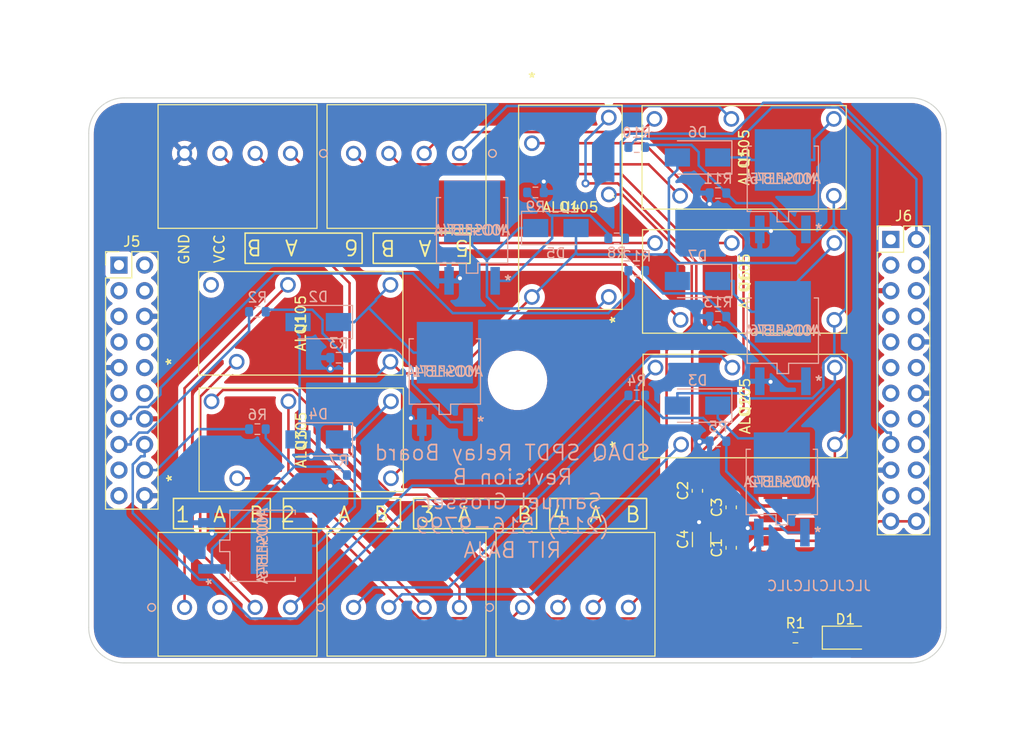
<source format=kicad_pcb>
(kicad_pcb (version 20211014) (generator pcbnew)
  (layers (0 "F.Cu" signal) (31 "B.Cu" signal) (34 "B.Paste" user) (35 "F.Paste" user) (36 "B.SilkS" user "B.Silkscreen") (37 "F.SilkS" user "F.Silkscreen") (38 "B.Mask" user) (39 "F.Mask" user) (44 "Edge.Cuts" user))
  (net 0 "")
  (net 1 "Net-(D1-Pad2)")
  (net 2 "/Ch1")
  (net 3 "/Ch1A")
  (net 4 "/Ch1B")
  (net 5 "/Ch2")
  (net 6 "/Ch2A")
  (net 7 "/Ch2B")
  (net 8 "/Ch3")
  (net 9 "/Ch3A")
  (net 10 "/Ch3B")
  (net 11 "/Ch4")
  (net 12 "/Ch4A")
  (net 13 "/Ch4B")
  (net 14 "/Ch5")
  (net 15 "/Ch5A")
  (net 16 "/Ch5B")
  (net 17 "/Ch6")
  (net 28 "/R5")
  (net 29 "/R0")
  (net 30 "/R1")
  (net 32 "/R2")
  (net 35 "/R3")
  (net 47 "/R4")
  (net 51 "/Reset")
  (net 52 "/VCC")
  (net 53 "/Ch6A")
  (net 54 "/Ch6B")
  (net 55 "GNDREF")
  (net 56 "+5V")
  (net 57 "Net-(D2-Pad1)")
  (net 58 "Net-(D3-Pad1)")
  (net 59 "Net-(D4-Pad1)")
  (net 60 "Net-(D5-Pad1)")
  (net 61 "Net-(D6-Pad1)")
  (net 62 "Net-(D7-Pad1)")
  (net 63 "Net-(MOSFET1-Pad1)")
  (net 64 "Net-(MOSFET2-Pad1)")
  (net 65 "Net-(MOSFET3-Pad1)")
  (net 66 "Net-(MOSFET4-Pad1)")
  (net 67 "Net-(MOSFET5-Pad1)")
  (net 68 "Net-(MOSFET6-Pad1)")
  (net 69 "/Relay_1/A")
  (footprint "BAJA-4PIN:1984989" (layer "F.Cu") (at 169.5 120.5)
    (fp_text reference "J1")
    (fp_text value "Screw_Terminal_01x04")
  )
  (footprint "Capacitor_SMD:C_0603_1608Metric" (layer "F.Cu") (at 220.33 108.945 90)
    (fp_text reference "C2")
    (fp_text value "~")
  )
  (footprint "Capacitor_SMD:C_0603_1608Metric" (layer "F.Cu") (at 223.68 110.585 90)
    (fp_text reference "C3")
    (fp_text value "~")
  )
  (footprint "BAJA-4PIN:1984989" (layer "F.Cu") (at 180 75.5 180)
    (fp_text reference "J7")
    (fp_text value "Screw_Terminal_01x04")
  )
  (footprint "ALQ105-BAJA-FP:ALQ105" (layer "F.Cu") (at 216.076 72.08 90)
    (fp_text reference "U5")
    (fp_text value "ALQ105")
  )
  (footprint "ALQ105-BAJA-FP:ALQ105" (layer "F.Cu") (at 211.55 71.95)
    (fp_text reference "U4")
    (fp_text value "ALQ105")
  )
  (footprint "ALQ105-BAJA-FP:ALQ105" (layer "F.Cu") (at 216.176 96.73 90)
    (fp_text reference "U2")
    (fp_text value "ALQ105")
  )
  (footprint "ALQ105-BAJA-FP:ALQ105" (layer "F.Cu") (at 172.176 100.08 90)
    (fp_text reference "U3")
    (fp_text value "ALQ105")
  )
  (footprint "LM1117IMPX-5:SOT230P700X180-4N" (layer "F.Cu") (at 230.9 111.6)
    (fp_text reference "VR1" hide)
    (fp_text value "~" hide)
  )
  (footprint "ALQ105-BAJA-FP:ALQ105" (layer "F.Cu") (at 172.126 88.53 90)
    (fp_text reference "U1")
    (fp_text value "ALQ105")
  )
  (footprint "Capacitor_SMD:C_1206_3216Metric" (layer "F.Cu") (at 220.75 113.775 90)
    (fp_text reference "C4")
    (fp_text value "~")
  )
  (footprint "Connector_PinHeader_2.54mm:PinHeader_2x12_P2.54mm_Vertical" (layer "F.Cu") (at 239.5 84.03)
    (fp_text reference "J6")
    (fp_text value "Conn_02x12_Counter_Clockwise")
  )
  (footprint "BAJA-4PIN:1984989" (layer "F.Cu") (at 203 120.5)
    (fp_text reference "J3")
    (fp_text value "Screw_Terminal_01x04")
  )
  (footprint "BAJA-4PIN:1984989" (layer "F.Cu") (at 186.25 120.5)
    (fp_text reference "J2")
    (fp_text value "Screw_Terminal_01x04")
  )
  (footprint "MountingHole:MountingHole_2.7mm_M2.5" (layer "F.Cu") (at 202.5 98)
    (fp_text reference "REF**")
    (fp_text value "MountingHole_2.7mm_M2.5")
  )
  (footprint "BAJA-4PIN:1984989" (layer "F.Cu") (at 196.75 75.5 180)
    (fp_text reference "J4")
    (fp_text value "Screw_Terminal_01x04")
  )
  (footprint "Resistor_SMD:R_0603_1608Metric" (layer "F.Cu") (at 230.05 123.5)
    (fp_text reference "R1")
    (fp_text value "1800")
  )
  (footprint "Connector_PinHeader_2.54mm:PinHeader_2x10_P2.54mm_Vertical" (layer "F.Cu") (at 163 86.57)
    (fp_text reference "J5")
    (fp_text value "Conn_02x10_Counter_Clockwise")
  )
  (footprint "ALQ105-BAJA-FP:ALQ105" (layer "F.Cu") (at 216.126 84.38 90)
    (fp_text reference "U6")
    (fp_text value "ALQ105")
  )
  (footprint "Diode_SMD:D_1206_3216Metric" (layer "F.Cu") (at 235 123.5)
    (fp_text reference "D1")
    (fp_text value "LED")
  )
  (footprint "Capacitor_SMD:C_0603_1608Metric" (layer "F.Cu") (at 223.68 114.595 90)
    (fp_text reference "C1")
    (fp_text value "~")
  )
  (footprint "BAJA_AOD:AOD4184A" (layer "B.Cu") (at 198 83.1169 180)
    (fp_text reference "MOSFET4")
    (fp_text value "AOD4184A")
  )
  (footprint "Resistor_SMD:R_0603_1608Metric" (layer "B.Cu") (at 204.28 79.37)
    (fp_text reference "R9")
    (fp_text value "100k")
  )
  (footprint "Diode_SMD:D_SMA" (layer "B.Cu") (at 220.35 88.15 180)
    (fp_text reference "D7")
    (fp_text value "DIODE")
  )
  (footprint "Resistor_SMD:R_0603_1608Metric" (layer "B.Cu") (at 214.32 99.48 180)
    (fp_text reference "R4")
    (fp_text value "100")
  )
  (footprint "BAJA_AOD:AOD4184A" (layer "B.Cu") (at 177.2331 114.4 90)
    (fp_text reference "MOSFET3")
    (fp_text value "AOD4184A")
  )
  (footprint "Diode_SMD:D_SMA" (layer "B.Cu") (at 220.35 100.5 180)
    (fp_text reference "D3")
    (fp_text value "DIODE")
  )
  (footprint "Resistor_SMD:R_0603_1608Metric" (layer "B.Cu") (at 212.33 83.92)
    (fp_text reference "R8")
    (fp_text value "100")
  )
  (footprint "Resistor_SMD:R_0603_1608Metric" (layer "B.Cu") (at 176.72 91.2 180)
    (fp_text reference "R2")
    (fp_text value "100")
  )
  (footprint "Diode_SMD:D_SMA" (layer "B.Cu") (at 206.3 82.9)
    (fp_text reference "D5")
    (fp_text value "DIODE")
  )
  (footprint "BAJA_AOD:AOD4184A" (layer "B.Cu") (at 228.8 78.0169 180)
    (fp_text reference "MOSFET5")
    (fp_text value "AOD4184A")
  )
  (footprint "Resistor_SMD:R_0603_1608Metric" (layer "B.Cu") (at 184.77 107.38 180)
    (fp_text reference "R7")
    (fp_text value "100k")
  )
  (footprint "BAJA_AOD:AOD4184A" (layer "B.Cu") (at 195.3 97.1169 180)
    (fp_text reference "MOSFET1")
    (fp_text value "AOD4184A")
  )
  (footprint "BAJA_AOD:AOD4184A" (layer "B.Cu") (at 228.7 108.0669 180)
    (fp_text reference "MOSFET2")
    (fp_text value "AOD4184A")
  )
  (footprint "Resistor_SMD:R_0603_1608Metric" (layer "B.Cu") (at 214.32 87.13 180)
    (fp_text reference "R12")
    (fp_text value "100")
  )
  (footprint "Resistor_SMD:R_0603_1608Metric" (layer "B.Cu") (at 222.37 104.03 180)
    (fp_text reference "R5")
    (fp_text value "100k")
  )
  (footprint "Diode_SMD:D_SMA" (layer "B.Cu") (at 182.75 92.22 180)
    (fp_text reference "D2")
    (fp_text value "DIODE")
  )
  (footprint "Resistor_SMD:R_0603_1608Metric" (layer "B.Cu") (at 176.72 102.83 180)
    (fp_text reference "R6")
    (fp_text value "100")
  )
  (footprint "Resistor_SMD:R_0603_1608Metric" (layer "B.Cu") (at 214.32 74.88 180)
    (fp_text reference "R10")
    (fp_text value "100")
  )
  (footprint "Resistor_SMD:R_0603_1608Metric" (layer "B.Cu") (at 222.37 91.68 180)
    (fp_text reference "R13")
    (fp_text value "100k")
  )
  (footprint "BAJA_AOD:AOD4184A" (layer "B.Cu") (at 228.8 93.0669 180)
    (fp_text reference "MOSFET6")
    (fp_text value "AOD4184A")
  )
  (footprint "Resistor_SMD:R_0603_1608Metric" (layer "B.Cu") (at 184.77 95.75 180)
    (fp_text reference "R3")
    (fp_text value "100k")
  )
  (footprint "Resistor_SMD:R_0603_1608Metric" (layer "B.Cu") (at 222.37 79.43 180)
    (fp_text reference "R11")
    (fp_text value "100k")
  )
  (footprint "Diode_SMD:D_SMA" (layer "B.Cu") (at 220.35 75.9 180)
    (fp_text reference "D6")
    (fp_text value "DIODE")
  )
  (footprint "Diode_SMD:D_SMA" (layer "B.Cu") (at 182.75 103.85 180)
    (fp_text reference "D4")
    (fp_text value "DIODE")
  )
  (gr_rect (start 192.2 109.7) (end 204.4 112.7) (layer "F.SilkS") (width 0.15) (fill none))
  (gr_rect (start 168.4 109.7) (end 178 112.7) (layer "F.SilkS") (width 0.15) (fill none))
  (gr_rect (start 205.7 109.7) (end 215.3 112.7) (layer "F.SilkS") (width 0.15) (fill none))
  (gr_rect (start 179.3 109.7) (end 190.9 112.7) (layer "F.SilkS") (width 0.15) (fill none))
  (gr_rect (start 187.1 86.4) (end 175.5 83.4) (layer "F.SilkS") (width 0.15) (fill none))
  (gr_rect (start 197.8 86.4) (end 188.2 83.4) (layer "F.SilkS") (width 0.15) (fill none))
  (gr_arc (start 241.5 70) (mid 243.974874 71.025126) (end 245 73.5) (layer "Edge.Cuts") (width 0.1))
  (gr_line (start 163.5 126) (end 241.5 126) (layer "Edge.Cuts") (width 0.1))
  (gr_arc (start 245 122.5) (mid 243.974874 124.974874) (end 241.5 126) (layer "Edge.Cuts") (width 0.1))
  (gr_arc (start 163.5 126) (mid 161.025126 124.974874) (end 160 122.5) (layer "Edge.Cuts") (width 0.1))
  (gr_line (start 160 122.5) (end 160 73.5) (layer "Edge.Cuts") (width 0.1))
  (gr_line (start 245 122.5) (end 245 73.5) (layer "Edge.Cuts") (width 0.1))
  (gr_line (start 163.5 70) (end 241.5 70) (layer "Edge.Cuts") (width 0.1))
  (gr_arc (start 160 73.5) (mid 161.025126 71.025126) (end 163.5 70) (layer "Edge.Cuts") (width 0.1))
  (gr_text "JLCJLCJLCJLC" (at 232.3846 118.364) (layer "B.SilkS") (effects (font (size 1 1)) (justify mirror)))
  (gr_text "SDAQ SPDT Relay Board\nRevision B\nSamuel Grosser\n(215) 516-9799\nRIT BAJA" (at 202 110) (layer "B.SilkS") (effects (font (size 1.5 1.5) (thickness 0.17)) (justify mirror)))
  (gr_text "4  A  B" (at 210.3 111.3) (layer "F.SilkS") (effects (font (size 1.5 1.5) (thickness 0.18))))
  (gr_text "VCC" (at 172.95 84.95 90) (layer "F.SilkS") (effects (font (size 1 1))))
  (gr_text "2 	A  B" (at 184.4 111.3) (layer "F.SilkS") (effects (font (size 1.5 1.5) (thickness 0.18))))
  (gr_text "5  A  B" (at 193.3 84.85 180) (layer "F.SilkS") (effects (font (size 1.5 1.5) (thickness 0.18))))
  (gr_text "6    A  B" (at 181.2 84.8 180) (layer "F.SilkS") (effects (font (size 1.5 1.5) (thickness 0.18))))
  (gr_text "GND" (at 169.45 85 90) (layer "F.SilkS") (effects (font (size 1 1))))
  (gr_text "3  A    B" (at 198.4 111.3) (layer "F.SilkS") (effects (font (size 1.5 1.5) (thickness 0.18))))
  (gr_text "1  A  B" (at 173 111.3) (layer "F.SilkS") (effects (font (size 1.5 1.5) (thickness 0.18))))
  (segment (start 232.1076 124.7326) (end 230.875 123.5) (width 0.25) (layer "F.Cu") (net 1))
  (segment (start 235.1674 124.7326) (end 232.1076 124.7326) (width 0.25) (layer "F.Cu") (net 1))
  (segment (start 236.4 123.5) (end 235.1674 124.7326) (width 0.25) (layer "F.Cu") (net 1))
  (segment (start 169.5 98.776) (end 169.5 120.5) (width 0.25) (layer "F.Cu") (net 2))
  (segment (start 179.746 88.53) (end 169.5 98.776) (width 0.25) (layer "F.Cu") (net 2))
  (segment (start 171.0512 99.6105) (end 171.0512 115.0512) (width 0.25) (layer "F.Cu") (net 4))
  (segment (start 174.5117 96.15) (end 171.0512 99.6105) (width 0.25) (layer "F.Cu") (net 4))
  (segment (start 171.0512 115.0512) (end 176.5 120.5) (width 0.25) (layer "F.Cu") (net 4))
  (segment (start 174.666 96.15) (end 174.5117 96.15) (width 0.25) (layer "F.Cu") (net 4))
  (segment (start 202.8928 108.4337) (end 215.7011 95.6254) (width 0.25) (layer "B.Cu") (net 5))
  (segment (start 180 120.5) (end 192.0663 108.4337) (width 0.25) (layer "B.Cu") (net 5))
  (segment (start 215.7011 95.6254) (end 222.6914 95.6254) (width 0.25) (layer "B.Cu") (net 5))
  (segment (start 192.0663 108.4337) (end 202.8928 108.4337) (width 0.25) (layer "B.Cu") (net 5))
  (segment (start 222.6914 95.6254) (end 223.796 96.73) (width 0.25) (layer "B.Cu") (net 5))
  (segment (start 214.32 99.8742) (end 195.6695 118.5247) (width 0.25) (layer "B.Cu") (net 6))
  (segment (start 195.6695 118.5247) (end 188.2253 118.5247) (width 0.25) (layer "B.Cu") (net 6))
  (segment (start 188.2253 118.5247) (end 186.25 120.5) (width 0.25) (layer "B.Cu") (net 6))
  (segment (start 214.32 98.586) (end 214.32 99.8742) (width 0.25) (layer "B.Cu") (net 6))
  (segment (start 216.176 96.73) (end 214.32 98.586) (width 0.25) (layer "B.Cu") (net 6))
  (segment (start 191.0499 119.2001) (end 203.8659 119.2001) (width 0.25) (layer "B.Cu") (net 7))
  (segment (start 203.8659 119.2001) (end 218.716 104.35) (width 0.25) (layer "B.Cu") (net 7))
  (segment (start 189.75 120.5) (end 191.0499 119.2001) (width 0.25) (layer "B.Cu") (net 7))
  (segment (start 179.796 107.046) (end 179.796 100.08) (width 0.25) (layer "F.Cu") (net 8))
  (segment (start 193.25 120.5) (end 179.796 107.046) (width 0.25) (layer "F.Cu") (net 8))
  (segment (start 181.6448 103.4719) (end 181.6448 100.3274) (width 0.25) (layer "F.Cu") (net 9))
  (segment (start 181.6448 100.3274) (end 180.2712 98.9538) (width 0.25) (layer "F.Cu") (net 9))
  (segment (start 196.75 118.5771) (end 181.6448 103.4719) (width 0.25) (layer "F.Cu") (net 9))
  (segment (start 173.3022 98.9538) (end 172.176 100.08) (width 0.25) (layer "F.Cu") (net 9))
  (segment (start 196.75 120.5) (end 196.75 118.5771) (width 0.25) (layer "F.Cu") (net 9))
  (segment (start 180.2712 98.9538) (end 173.3022 98.9538) (width 0.25) (layer "F.Cu") (net 9))
  (segment (start 203 120.5) (end 201.9254 121.5746) (width 0.25) (layer "F.Cu") (net 10))
  (segment (start 178.8748 107.7) (end 174.716 107.7) (width 0.25) (layer "F.Cu") (net 10))
  (segment (start 192.7494 121.5746) (end 178.8748 107.7) (width 0.25) (layer "F.Cu") (net 10))
  (segment (start 201.9254 121.5746) (end 192.7494 121.5746) (width 0.25) (layer "F.Cu") (net 10))
  (segment (start 217.2761 95.0241) (end 219.768 92.5322) (width 0.25) (layer "F.Cu") (net 11))
  (segment (start 219.768 92.5322) (end 219.768 86.4529) (width 0.25) (layer "F.Cu") (net 11))
  (segment (start 217.2761 109.7239) (end 217.2761 95.0241) (width 0.25) (layer "F.Cu") (net 11))
  (segment (start 219.768 86.4529) (end 212.8851 79.57) (width 0.25) (layer "F.Cu") (net 11))
  (segment (start 206.5 120.5) (end 217.2761 109.7239) (width 0.25) (layer "F.Cu") (net 11))
  (segment (start 212.8851 79.57) (end 211.55 79.57) (width 0.25) (layer "F.Cu") (net 11))
  (segment (start 219.816 94.8823) (end 220.2238 94.4745) (width 0.25) (layer "F.Cu") (net 12))
  (segment (start 210 120.5) (end 218.199 112.301) (width 0.25) (layer "F.Cu") (net 12))
  (segment (start 220.2238 86.2509) (end 212.4428 78.4699) (width 0.25) (layer "F.Cu") (net 12))
  (segment (start 218.199 106.794) (end 219.816 105.177) (width 0.25) (layer "F.Cu") (net 12))
  (segment (start 212.4428 78.4699) (end 209.2453 78.4699) (width 0.25) (layer "F.Cu") (net 12))
  (segment (start 219.816 105.177) (end 219.816 94.8823) (width 0.25) (layer "F.Cu") (net 12))
  (segment (start 220.2238 94.4745) (end 220.2238 86.2509) (width 0.25) (layer "F.Cu") (net 12))
  (segment (start 218.199 112.301) (end 218.199 106.794) (width 0.25) (layer "F.Cu") (net 12))
  (via (at 209.2453 78.4699) (size 0.8) (drill 0.4) (layers "F.Cu" "B.Cu") (net 12))
  (segment (start 209.2453 74.2547) (end 209.2453 78.4699) (width 0.25) (layer "B.Cu") (net 12))
  (segment (start 211.55 71.95) (end 209.2453 74.2547) (width 0.25) (layer "B.Cu") (net 12))
  (segment (start 213.5 120.5) (end 219.4044 114.5956) (width 0.25) (layer "F.Cu") (net 13))
  (segment (start 222.2786 81.3258) (end 221.3098 81.3258) (width 0.25) (layer "F.Cu") (net 13))
  (segment (start 220.1199 80.1359) (end 220.1199 79.5855) (width 0.25) (layer "F.Cu") (net 13))
  (segment (start 219.4044 114.5956) (end 219.4044 106.4073) (width 0.25) (layer "F.Cu") (net 13))
  (segment (start 215.0244 74.49) (end 203.93 74.49) (width 0.25) (layer "F.Cu") (net 13))
  (segment (start 220.1199 79.5855) (end 215.0244 74.49) (width 0.25) (layer "F.Cu") (net 13))
  (segment (start 224.903 100.9087) (end 224.903 83.9502) (width 0.25) (layer "F.Cu") (net 13))
  (segment (start 219.4044 106.4073) (end 224.903 100.9087) (width 0.25) (layer "F.Cu") (net 13))
  (segment (start 221.3098 81.3258) (end 220.1199 80.1359) (width 0.25) (layer "F.Cu") (net 13))
  (segment (start 224.903 83.9502) (end 222.2786 81.3258) (width 0.25) (layer "F.Cu") (net 13))
  (segment (start 222.4229 70.8069) (end 223.696 72.08) (width 0.25) (layer "B.Cu") (net 14))
  (segment (start 201.4431 70.8069) (end 222.4229 70.8069) (width 0.25) (layer "B.Cu") (net 14))
  (segment (start 196.75 75.5) (end 201.4431 70.8069) (width 0.25) (layer "B.Cu") (net 14))
  (segment (start 195.367 73.383) (end 214.773 73.383) (width 0.25) (layer "F.Cu") (net 15))
  (segment (start 193.25 75.5) (end 195.367 73.383) (width 0.25) (layer "F.Cu") (net 15))
  (segment (start 214.773 73.383) (end 216.076 72.08) (width 0.25) (layer "F.Cu") (net 15))
  (segment (start 189.75 75.5) (end 190.8341 76.5841) (width 0.25) (layer "F.Cu") (net 16))
  (segment (start 190.8341 76.5841) (end 215.5001 76.5841) (width 0.25) (layer "F.Cu") (net 16))
  (segment (start 215.5001 76.5841) (end 218.616 79.7) (width 0.25) (layer "F.Cu") (net 16))
  (segment (start 212.8081 77.5458) (end 188.2958 77.5458) (width 0.25) (layer "F.Cu") (net 17))
  (segment (start 219.6423 84.38) (end 212.8081 77.5458) (width 0.25) (layer "F.Cu") (net 17))
  (segment (start 223.746 84.38) (end 219.6423 84.38) (width 0.25) (layer "F.Cu") (net 17))
  (segment (start 188.2958 77.5458) (end 186.25 75.5) (width 0.25) (layer "F.Cu") (net 17))
  (segment (start 211.5116 91.3311) (end 196.0765 91.3311) (width 0.25) (layer "B.Cu") (net 28))
  (segment (start 164.9832 100.6347) (end 164.1753 101.4426) (width 0.25) (layer "B.Cu") (net 28))
  (segment (start 165.8862 100.6347) (end 164.9832 100.6347) (width 0.25) (layer "B.Cu") (net 28))
  (segment (start 213.495 87.13) (end 213.495 89.3477) (width 0.25) (layer "B.Cu") (net 28))
  (segment (start 213.495 89.3477) (end 211.5116 91.3311) (width 0.25) (layer "B.Cu") (net 28))
  (segment (start 196.0765 91.3311) (end 192.1436 87.3982) (width 0.25) (layer "B.Cu") (net 28))
  (segment (start 167.1094 99.4115) (end 165.8862 100.6347) (width 0.25) (layer "B.Cu") (net 28))
  (segment (start 167.1094 98.7342) (end 167.1094 99.4115) (width 0.25) (layer "B.Cu") (net 28))
  (segment (start 178.4454 87.3982) (end 167.1094 98.7342) (width 0.25) (layer "B.Cu") (net 28))
  (segment (start 192.1436 87.3982) (end 178.4454 87.3982) (width 0.25) (layer "B.Cu") (net 28))
  (segment (start 164.1753 101.4426) (end 164.1753 101.81) (width 0.25) (layer "B.Cu") (net 28))
  (segment (start 163 101.81) (end 164.1753 101.81) (width 0.25) (layer "B.Cu") (net 28))
  (segment (start 175.895 93.1178) (end 165.8381 103.1747) (width 0.25) (layer "B.Cu") (net 29))
  (segment (start 164.1753 103.9826) (end 164.1753 104.35) (width 0.25) (layer "B.Cu") (net 29))
  (segment (start 175.895 91.2) (end 175.895 93.1178) (width 0.25) (layer "B.Cu") (net 29))
  (segment (start 165.8381 103.1747) (end 164.9832 103.1747) (width 0.25) (layer "B.Cu") (net 29))
  (segment (start 164.9832 103.1747) (end 164.1753 103.9826) (width 0.25) (layer "B.Cu") (net 29))
  (segment (start 163 104.35) (end 164.1753 104.35) (width 0.25) (layer "B.Cu") (net 29))
  (segment (start 192.4475 109.7513) (end 180.5959 121.6029) (width 0.25) (layer "B.Cu") (net 30))
  (segment (start 172.1945 117.7505) (end 170.9756 117.7505) (width 0.25) (layer "B.Cu") (net 30))
  (segment (start 165.54 104.35) (end 165.54 105.5253) (width 0.25) (layer "B.Cu") (net 30))
  (segment (start 164.3647 106.3332) (end 165.1726 105.5253) (width 0.25) (layer "B.Cu") (net 30))
  (segment (start 170.9756 117.7505) (end 164.3647 111.1396) (width 0.25) (layer "B.Cu") (net 30))
  (segment (start 176.0469 121.6029) (end 172.1945 117.7505) (width 0.25) (layer "B.Cu") (net 30))
  (segment (start 180.5959 121.6029) (end 176.0469 121.6029) (width 0.25) (layer "B.Cu") (net 30))
  (segment (start 213.495 99.48) (end 203.2237 109.7513) (width 0.25) (layer "B.Cu") (net 30))
  (segment (start 164.3647 111.1396) (end 164.3647 106.3332) (width 0.25) (layer "B.Cu") (net 30))
  (segment (start 203.2237 109.7513) (end 192.4475 109.7513) (width 0.25) (layer "B.Cu") (net 30))
  (segment (start 165.1726 105.5253) (end 165.54 105.5253) (width 0.25) (layer "B.Cu") (net 30))
  (segment (start 175.895 102.83) (end 170.7753 102.83) (width 0.25) (layer "B.Cu") (net 32))
  (segment (start 165.54 106.89) (end 166.7153 106.89) (width 0.25) (layer "B.Cu") (net 32))
  (segment (start 170.7753 102.83) (end 166.7153 106.89) (width 0.25) (layer "B.Cu") (net 32))
  (segment (start 242.04 78.0567) (end 242.04 84.03) (width 0.25) (layer "B.Cu") (net 35))
  (segment (start 226.8686 70.4858) (end 234.4691 70.4858) (width 0.25) (layer "B.Cu") (net 35))
  (segment (start 212.7415 83.5065) (end 212.7415 74.404) (width 0.25) (layer "B.Cu") (net 35))
  (segment (start 212.7415 74.404) (end 213.6021 73.5434) (width 0.25) (layer "B.Cu") (net 35))
  (segment (start 223.811 73.5434) (end 226.8686 70.4858) (width 0.25) (layer "B.Cu") (net 35))
  (segment (start 234.4691 70.4858) (end 242.04 78.0567) (width 0.25) (layer "B.Cu") (net 35))
  (segment (start 213.155 83.92) (end 212.7415 83.5065) (width 0.25) (layer "B.Cu") (net 35))
  (segment (start 213.6021 73.5434) (end 223.811 73.5434) (width 0.25) (layer "B.Cu") (net 35))
  (segment (start 214.3364 74.0386) (end 224.6095 74.0386) (width 0.25) (layer "B.Cu") (net 47))
  (segment (start 239.5 104.35) (end 239.5 103.1747) (width 0.25) (layer "B.Cu") (net 47))
  (segment (start 239.1323 103.1747) (end 239.5 103.1747) (width 0.25) (layer "B.Cu") (net 47))
  (segment (start 238.1612 74.8148) (end 238.1612 102.2036) (width 0.25) (layer "B.Cu") (net 47))
  (segment (start 238.1612 102.2036) (end 239.1323 103.1747) (width 0.25) (layer "B.Cu") (net 47))
  (segment (start 227.6992 70.9489) (end 234.2953 70.9489) (width 0.25) (layer "B.Cu") (net 47))
  (segment (start 224.6095 74.0386) (end 227.6992 70.9489) (width 0.25) (layer "B.Cu") (net 47))
  (segment (start 234.2953 70.9489) (end 238.1612 74.8148) (width 0.25) (layer "B.Cu") (net 47))
  (segment (start 213.495 74.88) (end 214.3364 74.0386) (width 0.25) (layer "B.Cu") (net 47))
  (segment (start 225.0997 115.37) (end 225.0997 121.598) (width 0.25) (layer "F.Cu") (net 52))
  (segment (start 239.5 111.97) (end 238.3247 111.97) (width 0.25) (layer "F.Cu") (net 52))
  (segment (start 227.0017 123.5) (end 229.225 123.5) (width 0.25) (layer "F.Cu") (net 52))
  (segment (start 225.0997 121.598) (end 205.7968 121.598) (width 0.25) (layer "F.Cu") (net 52))
  (segment (start 227.815 113.9) (end 226.5697 113.9) (width 0.25) (layer "F.Cu") (net 52))
  (segment (start 227.815 113.9) (end 236.3947 113.9) (width 0.25) (layer "F.Cu") (net 52))
  (segment (start 225.0997 115.37) (end 226.5697 113.9) (width 0.25) (layer "F.Cu") (net 52))
  (segment (start 225.0997 121.598) (end 227.0017 123.5) (width 0.25) (layer "F.Cu") (net 52))
  (segment (start 242.04 111.97) (end 239.5 111.97) (width 0.25) (layer "F.Cu") (net 52))
  (segment (start 223.68 115.37) (end 225.0997 115.37) (width 0.25) (layer "F.Cu") (net 52))
  (segment (start 205.7968 121.598) (end 193.5249 109.3261) (width 0.25) (layer "F.Cu") (net 52))
  (segment (start 185.8536 88.3536) (end 173 75.5) (width 0.25) (layer "F.Cu") (net 52))
  (segment (start 193.5249 109.3261) (end 190.0231 109.3261) (width 0.25) (layer "F.Cu") (net 52))
  (segment (start 185.8536 105.1566) (end 185.8536 88.3536) (width 0.25) (layer "F.Cu") (net 52))
  (segment (start 236.3947 113.9) (end 238.3247 111.97) (width 0.25) (layer "F.Cu") (net 52))
  (segment (start 190.0231 109.3261) (end 185.8536 105.1566) (width 0.25) (layer "F.Cu") (net 52))
  (segment (start 216.126 84.38) (end 188.88 84.38) (width 0.25) (layer "F.Cu") (net 53))
  (segment (start 188.88 84.38) (end 180 75.5) (width 0.25) (layer "F.Cu") (net 53))
  (segment (start 213.1746 86.5086) (end 187.5086 86.5086) (width 0.25) (layer "F.Cu") (net 54))
  (segment (start 218.666 92) (end 213.1746 86.5086) (width 0.25) (layer "F.Cu") (net 54))
  (segment (start 187.5086 86.5086) (end 176.5 75.5) (width 0.25) (layer "F.Cu") (net 54))
  (via (at 183.945 108.4569) (size 0.8) (drill 0.4) (layers "F.Cu" "B.Cu") (net 55))
  (via (at 227.6229 83.1867) (size 0.8) (drill 0.4) (layers "F.Cu" "B.Cu") (net 55))
  (via (at 191.9358 101.7464) (size 0.8) (drill 0.4) (layers "F.Cu" "B.Cu") (net 55))
  (via (at 205.105 78.2922) (size 0.8) (drill 0.4) (layers "F.Cu" "B.Cu") (net 55))
  (via (at 172.2166 113.1845) (size 0.8) (drill 0.4) (layers "F.Cu" "B.Cu") (net 55))
  (via (at 225.3192 112.6396) (size 0.8) (drill 0.4) (layers "F.Cu" "B.Cu") (net 55))
  (via (at 220.5415 104.0628) (size 0.8) (drill 0.4) (layers "F.Cu" "B.Cu") (net 55))
  (via (at 221.545 92.7646) (size 0.8) (drill 0.4) (layers "F.Cu" "B.Cu") (net 55))
  (via (at 220.5 112.05) (size 0.8) (drill 0.4) (layers "F.Cu" "B.Cu") (net 55))
  (via (at 221.545 80.5227) (size 0.8) (drill 0.4) (layers "F.Cu" "B.Cu") (net 55))
  (via (at 182.05 105.55) (size 0.8) (drill 0.4) (layers "F.Cu" "B.Cu") (net 55))
  (via (at 183.945 96.8403) (size 0.8) (drill 0.4) (layers "F.Cu" "B.Cu") (net 55))
  (via (at 227.5862 98.1423) (size 0.8) (drill 0.4) (layers "F.Cu" "B.Cu") (net 55))
  (via (at 196.7961 87.8756) (size 0.8) (drill 0.4) (layers "F.Cu" "B.Cu") (net 55))
  (segment (start 221.545 92.7646) (end 221.545 91.68) (width 0.25) (layer "B.Cu") (net 55))
  (segment (start 196.767 87.8756) (end 196.5092 88.1334) (width 0.25) (layer "B.Cu") (net 55))
  (segment (start 205.105 78.2922) (end 205.105 79.37) (width 0.25) (layer "B.Cu") (net 55))
  (segment (start 192.2188 102.0294) (end 192.2188 102.1334) (width 0.25) (layer "B.Cu") (net 55))
  (segment (start 225.6188 112.9392) (end 225.6188 113.0834) (width 0.25) (layer "B.Cu") (net 55))
  (segment (start 172.2166 112.114) (end 172.2166 113.1845) (width 0.25) (layer "B.Cu") (net 55))
  (segment (start 221.5122 104.0628) (end 221.545 104.03) (width 0.25) (layer "B.Cu") (net 55))
  (segment (start 191.9358 101.7464) (end 192.2188 102.0294) (width 0.25) (layer "B.Cu") (net 55))
  (segment (start 193.014 102.1334) (end 192.2188 102.1334) (width 0.25) (layer "B.Cu") (net 55))
  (segment (start 195.714 88.1334) (end 196.5092 88.1334) (width 0.25) (layer "B.Cu") (net 55))
  (segment (start 183.945 108.4569) (end 183.945 107.38) (width 0.25) (layer "B.Cu") (net 55))
  (segment (start 225.3192 112.6396) (end 225.6188 112.9392) (width 0.25) (layer "B.Cu") (net 55))
  (segment (start 227.3681 98.1423) (end 227.3092 98.0834) (width 0.25) (layer "B.Cu") (net 55))
  (segment (start 226.514 83.0334) (end 227.3092 83.0334) (width 0.25) (layer "B.Cu") (net 55))
  (segment (start 183.945 95.75) (end 183.945 96.8403) (width 0.25) (layer "B.Cu") (net 55))
  (segment (start 221.545 79.43) (end 221.545 80.5227) (width 0.25) (layer "B.Cu") (net 55))
  (segment (start 226.414 113.0834) (end 225.6188 113.0834) (width 0.25) (layer "B.Cu") (net 55))
  (segment (start 227.5862 98.1423) (end 227.3681 98.1423) (width 0.25) (layer "B.Cu") (net 55))
  (segment (start 227.4625 83.1867) (end 227.3092 83.0334) (width 0.25) (layer "B.Cu") (net 55))
  (segment (start 196.7961 87.8756) (end 196.767 87.8756) (width 0.25) (layer "B.Cu") (net 55))
  (segment (start 226.514 98.0834) (end 227.3092 98.0834) (width 0.25) (layer "B.Cu") (net 55))
  (segment (start 227.6229 83.1867) (end 227.4625 83.1867) (width 0.25) (layer "B.Cu") (net 55))
  (segment (start 220.5415 104.0628) (end 221.5122 104.0628) (width 0.25) (layer "B.Cu") (net 55))
  (segment (start 191.0646 97.3086) (end 191.0646 106.5914) (width 0.25) (layer "F.Cu") (net 56))
  (segment (start 220.75 115.25) (end 222.0558 113.9442) (width 0.25) (layer "F.Cu") (net 56))
  (segment (start 191.0646 106.5914) (end 189.956 107.7) (width 0.25) (layer "F.Cu") (net 56))
  (segment (start 221.97 111.36) (end 220.33 109.72) (width 0.25) (layer "F.Cu") (net 56))
  (segment (start 233.956 109.6797) (end 233.956 104.35) (width 0.25) (layer "F.Cu") (net 56))
  (segment (start 227.815 111.6) (end 226.5697 111.6) (width 0.25) (layer "F.Cu") (net 56))
  (segment (start 226.3297 111.36) (end 223.68 111.36) (width 0.25) (layer "F.Cu") (net 56))
  (segment (start 233.985 111.6) (end 233.985 110.9805) (width 0.25) (layer "F.Cu") (net 56))
  (segment (start 233.985 109.6797) (end 233.956 109.6797) (width 0.25) (layer "F.Cu") (net 56))
  (segment (start 203.93 89.73) (end 196.3514 97.3086) (width 0.25) (layer "F.Cu") (net 56))
  (segment (start 226.5697 111.6) (end 226.3297 111.36) (width 0.25) (layer "F.Cu") (net 56))
  (segment (start 229.6798 110.9805) (end 229.0603 111.6) (width 0.25) (layer "F.Cu") (net 56))
  (segment (start 233.985 110.9805) (end 229.6798 110.9805) (width 0.25) (layer "F.Cu") (net 56))
  (segment (start 196.3514 97.3086) (end 191.0646 97.3086) (width 0.25) (layer "F.Cu") (net 56))
  (segment (start 227.815 111.6) (end 229.0603 111.6) (width 0.25) (layer "F.Cu") (net 56))
  (segment (start 189.906 96.15) (end 191.0646 97.3086) (width 0.25) (layer "F.Cu") (net 56))
  (segment (start 222.0558 113.9442) (end 222.0558 111.36) (width 0.25) (layer "F.Cu") (net 56))
  (segment (start 223.68 111.36) (end 222.0558 111.36) (width 0.25) (layer "F.Cu") (net 56))
  (segment (start 222.0558 111.36) (end 221.97 111.36) (width 0.25) (layer "F.Cu") (net 56))
  (segment (start 233.985 110.9805) (end 233.985 109.6797) (width 0.25) (layer "F.Cu") (net 56))
  (segment (start 232.8239 98.6929) (end 231.7358 99.781) (width 0.25) (layer "B.Cu") (net 56))
  (segment (start 218.35 77.1253) (end 217.5071 77.9682) (width 0.25) (layer "B.Cu") (net 56))
  (segment (start 208.3 82.9) (end 208.3 84.1253) (width 0.25) (layer "B.Cu") (net 56))
  (segment (start 208.4584 85.5184) (end 217.5071 85.5184) (width 0.25) (layer "B.Cu") (net 56))
  (segment (start 180.75 103.85) (end 180.75 102.6247) (width 0.25) (layer "B.Cu") (net 56))
  (segment (start 233.7969 82.644) (end 233.856 82.5849) (width 0.25) (layer "B.Cu") (net 56))
  (segment (start 233.906 92) (end 235.0553 90.8507) (width 0.25) (layer "B.Cu") (net 56))
  (segment (start 208.3 84.1253) (end 208.3 85.36) (width 0.25) (layer "B.Cu") (net 56))
  (segment (start 218.35 88.15) (end 218.35 86.9247) (width 0.25) (layer "B.Cu") (net 56))
  (segment (start 233.5364 95.5756) (end 232.8239 96.2881) (width 0.25) (layer "B.Cu") (net 56))
  (segment (start 235.0553 83.9024) (end 233.7969 82.644) (width 0.25) (layer "B.Cu") (net 56))
  (segment (start 217.5071 85.5237) (end 218.35 86.3666) (width 0.25) (layer "B.Cu") (net 56))
  (segment (start 180.9043 97.5799) (end 180.9043 93.5996) (width 0.25) (layer "B.Cu") (net 56))
  (segment (start 180.9043 97.5799) (end 188.4761 97.5799) (width 0.25) (layer "B.Cu") (net 56))
  (segment (start 218.35 100.5) (end 218.35 99.2747) (width 0.25) (layer "B.Cu") (net 56))
  (segment (start 180.9043 93.5996) (end 180.75 93.4453) (width 0.25) (layer "B.Cu") (net 56))
  (segment (start 188.4761 97.5799) (end 189.906 96.15) (width 0.25) (layer "B.Cu") (net 56))
  (segment (start 235.1188 96.3335) (end 234.3609 95.5756) (width 0.25) (layer "B.Cu") (net 56))
  (segment (start 233.906 95.5756) (end 233.5364 95.5756) (width 0.25) (layer "B.Cu") (net 56))
  (segment (start 180.9043 102.4704) (end 180.9043 97.5799) (width 0.25) (layer "B.Cu") (net 56))
  (segment (start 234.3609 95.5756) (end 233.906 95.5756) (width 0.25) (layer "B.Cu") (net 56))
  (segment (start 233.956 104.35) (end 235.1188 103.1872) (width 0.25) (layer "B.Cu") (net 56))
  (segment (start 208.3 85.36) (end 208.4584 85.5184) (width 0.25) (layer "B.Cu") (net 56))
  (segment (start 230.0743 86.3666) (end 233.7969 82.644) (width 0.25) (layer "B.Cu") (net 56))
  (segment (start 180.75 102.6247) (end 180.9043 102.4704) (width 0.25) (layer "B.Cu") (net 56))
  (segment (start 225.2913 99.781) (end 224.785 99.2747) (width 0.25) (layer "B.Cu") (net 56))
  (segment (start 218.35 75.9) (end 218.35 77.1253) (width 0.25) (layer "B.Cu") (net 56))
  (segment (start 235.1188 103.1872) (end 235.1188 96.3335) (width 0.25) (layer "B.Cu") (net 56))
  (segment (start 224.785 99.2747) (end 218.35 99.2747) (width 0.25) (layer "B.Cu") (net 56))
  (segment (start 208.3 85.36) (end 203.93 89.73) (width 0.25) (layer "B.Cu") (net 56))
  (segment (start 180.75 92.22) (end 180.75 93.4453) (width 0.25) (layer "B.Cu") (net 56))
  (segment (start 217.5071 85.5184) (end 217.5071 85.5237) (width 0.25) (layer "B.Cu") (net 56))
  (segment (start 231.7358 99.781) (end 225.2913 99.781) (width 0.25) (layer "B.Cu") (net 56))
  (segment (start 233.856 82.5849) (end 233.856 79.7) (width 0.25) (layer "B.Cu") (net 56))
  (segment (start 233.906 95.5756) (end 233.906 92) (width 0.25) (layer "B.Cu") (net 56))
  (segment (start 217.5071 77.9682) (end 217.5071 85.5184) (width 0.25) (layer "B.Cu") (net 56))
  (segment (start 232.8239 96.2881) (end 232.8239 98.6929) (width 0.25) (layer "B.Cu") (net 56))
  (segment (start 235.0553 90.8507) (end 235.0553 83.9024) (width 0.25) (layer "B.Cu") (net 56))
  (segment (start 218.35 86.9247) (end 218.35 86.3666) (width 0.25) (layer "B.Cu") (net 56))
  (segment (start 218.35 86.3666) (end 230.0743 86.3666) (width 0.25) (layer "B.Cu") (net 56))
  (segment (start 187.7444 90.8009) (end 188.4719 90.0734) (width 0.25) (layer "B.Cu") (net 57))
  (segment (start 188.4719 90.0734) (end 188.4719 89.9641) (width 0.25) (layer "B.Cu") (net 57))
  (segment (start 186.3253 92.22) (end 187.7444 90.8009) (width 0.25) (layer "B.Cu") (net 57))
  (segment (start 187.7444 90.8009) (end 192.1934 95.25) (width 0.25) (layer "B.Cu") (net 57))
  (segment (start 195.3 95.25) (end 192.1934 95.25) (width 0.25) (layer "B.Cu") (net 57))
  (segment (start 184.75 92.22) (end 186.3253 92.22) (width 0.25) (layer "B.Cu") (net 57))
  (segment (start 188.4719 89.9641) (end 189.906 88.53) (width 0.25) (layer "B.Cu") (net 57))
  (segment (start 233.956 98.2224) (end 233.956 96.73) (width 0.25) (layer "B.Cu") (net 58))
  (segment (start 228.1702 103.7445) (end 228.4339 103.7445) (width 0.25) (layer "B.Cu") (net 58))
  (segment (start 228.7 106.2) (end 228.1702 106.2) (width 0.25) (layer "B.Cu") (net 58))
  (segment (start 228.1702 106.2) (end 228.1702 103.7445) (width 0.25) (layer "B.Cu") (net 58))
  (segment (start 228.4339 103.7445) (end 233.956 98.2224) (width 0.25) (layer "B.Cu") (net 58))
  (segment (start 228.1702 103.7445) (end 224.3692 103.7445) (width 0.25) (layer "B.Cu") (net 58))
  (segment (start 224.3692 103.7445) (end 222.35 101.7253) (width 0.25) (layer "B.Cu") (net 58))
  (segment (start 222.35 100.5) (end 222.35 101.7253) (width 0.25) (layer "B.Cu") (net 58))
  (segment (start 179.1 114.4) (end 182.4733 114.4) (width 0.25) (layer "B.Cu") (net 59))
  (segment (start 186.3706 104.6829) (end 186.3706 110.5027) (width 0.25) (layer "B.Cu") (net 59))
  (segment (start 185.5377 103.85) (end 186.3253 103.85) (width 0.25) (layer "B.Cu") (net 59))
  (segment (start 186.3253 103.85) (end 186.3253 103.7107) (width 0.25) (layer "B.Cu") (net 59))
  (segment (start 184.75 103.85) (end 185.5377 103.85) (width 0.25) (layer "B.Cu") (net 59))
  (segment (start 186.3253 103.7107) (end 189.956 100.08) (width 0.25) (layer "B.Cu") (net 59))
  (segment (start 185.5377 103.85) (end 186.3706 104.6829) (width 0.25) (layer "B.Cu") (net 59))
  (segment (start 186.3706 110.5027) (end 182.4733 114.4) (width 0.25) (layer "B.Cu") (net 59))
  (segment (start 204.3 82.9) (end 203.5124 82.9) (width 0.25) (layer "B.Cu") (net 60))
  (segment (start 199.4688 89.7051) (end 199.4688 86.0921) (width 0.25) (layer "B.Cu") (net 60))
  (segment (start 202.6609 82.9) (end 199.4688 86.0921) (width 0.25) (layer "B.Cu") (net 60))
  (segment (start 198 81.25) (end 198 84.6233) (width 0.25) (layer "B.Cu") (net 60))
  (segment (start 200.6356 90.8719) (end 199.4688 89.7051) (width 0.25) (layer "B.Cu") (net 60))
  (segment (start 203.5124 82.9) (end 202.6609 82.9) (width 0.25) (layer "B.Cu") (net 60))
  (segment (start 211.55 89.73) (end 210.4081 90.8719) (width 0.25) (layer "B.Cu") (net 60))
  (segment (start 199.4688 86.0921) (end 198 84.6233) (width 0.25) (layer "B.Cu") (net 60))
  (segment (start 210.4081 90.8719) (end 200.6356 90.8719) (width 0.25) (layer "B.Cu") (net 60))
  (segment (start 228.8 76.15) (end 225.6934 76.15) (width 0.25) (layer "B.Cu") (net 61))
  (segment (start 231.9066 76.15) (end 231.9066 74.0294) (width 0.25) (layer "B.Cu") (net 61))
  (segment (start 225.4434 75.9) (end 225.6934 76.15) (width 0.25) (layer "B.Cu") (net 61))
  (segment (start 228.8 76.15) (end 231.9066 76.15) (width 0.25) (layer "B.Cu") (net 61))
  (segment (start 231.9066 74.0294) (end 233.856 72.08) (width 0.25) (layer "B.Cu") (net 61))
  (segment (start 222.35 75.9) (end 225.4434 75.9) (width 0.25) (layer "B.Cu") (net 61))
  (segment (start 223.9253 89.4319) (end 223.9253 88.15) (width 0.25) (layer "B.Cu") (net 62))
  (segment (start 225.6934 91.2) (end 223.9253 89.4319) (width 0.25) (layer "B.Cu") (net 62))
  (segment (start 233.906 84.5407) (end 233.906 84.38) (width 0.25) (layer "B.Cu") (net 62))
  (segment (start 227.2467 91.2) (end 233.906 84.5407) (width 0.25) (layer "B.Cu") (net 62))
  (segment (start 228.8 91.2) (end 227.2467 91.2) (width 0.25) (layer "B.Cu") (net 62))
  (segment (start 227.2467 91.2) (end 225.6934 91.2) (width 0.25) (layer "B.Cu") (net 62))
  (segment (start 222.35 88.15) (end 223.9253 88.15) (width 0.25) (layer "B.Cu") (net 62))
  (segment (start 186.314 95.031) (end 185.595 95.75) (width 0.25) (layer "B.Cu") (net 63))
  (segment (start 177.7504 90.9946) (end 177.545 91.2) (width 0.25) (layer "B.Cu") (net 63))
  (segment (start 195.8819 102.1334) (end 192.0888 98.3403) (width 0.25) (layer "B.Cu") (net 63))
  (segment (start 183.1746 93.3296) (end 183.1746 92.0161) (width 0.25) (layer "B.Cu") (net 63))
  (segment (start 190.3517 95.031) (end 186.314 95.031) (width 0.25) (layer "B.Cu") (net 63))
  (segment (start 192.0888 96.7681) (end 190.3517 95.031) (width 0.25) (layer "B.Cu") (net 63))
  (segment (start 197.586 102.1334) (end 195.8819 102.1334) (width 0.25) (layer "B.Cu") (net 63))
  (segment (start 182.1531 90.9946) (end 177.7504 90.9946) (width 0.25) (layer "B.Cu") (net 63))
  (segment (start 185.595 95.75) (end 183.1746 93.3296) (width 0.25) (layer "B.Cu") (net 63))
  (segment (start 183.1746 92.0161) (end 182.1531 90.9946) (width 0.25) (layer "B.Cu") (net 63))
  (segment (start 192.0888 98.3403) (end 192.0888 96.7681) (width 0.25) (layer "B.Cu") (net 63))
  (segment (start 220.8904 101.7254) (end 216.9286 101.7254) (width 0.25) (layer "B.Cu") (net 64))
  (segment (start 223.195 104.03) (end 220.8904 101.7254) (width 0.25) (layer "B.Cu") (net 64))
  (segment (start 223.195 107.0149) (end 223.195 104.03) (width 0.25) (layer "B.Cu") (net 64))
  (segment (start 230.986 113.0834) (end 229.2635 113.0834) (width 0.25) (layer "B.Cu") (net 64))
  (segment (start 215.145 99.9418) (end 215.145 99.48) (width 0.25) (layer "B.Cu") (net 64))
  (segment (start 229.2635 113.0834) (end 223.195 107.0149) (width 0.25) (layer "B.Cu") (net 64))
  (segment (start 216.9286 101.7254) (end 215.145 99.9418) (width 0.25) (layer "B.Cu") (net 64))
  (segment (start 184.7669 106.5519) (end 185.595 107.38) (width 0.25) (layer "B.Cu") (net 65))
  (segment (start 172.2166 114.7048) (end 172.2166 115.8908) (width 0.25) (layer "B.Cu") (net 65))
  (segment (start 177.545 103.7274) (end 180.3695 106.5519) (width 0.25) (layer "B.Cu") (net 65))
  (segment (start 180.3695 106.5519) (end 172.2166 114.7048) (width 0.25) (layer "B.Cu") (net 65))
  (segment (start 180.3695 106.5519) (end 184.7669 106.5519) (width 0.25) (layer "B.Cu") (net 65))
  (segment (start 177.545 102.83) (end 177.545 103.7274) (width 0.25) (layer "B.Cu") (net 65))
  (segment (start 172.2166 116.686) (end 172.2166 115.8908) (width 0.25) (layer "B.Cu") (net 65))
  (segment (start 203.455 79.37) (end 205.7452 81.6602) (width 0.25) (layer "B.Cu") (net 66))
  (segment (start 205.7452 81.6602) (end 205.9339 81.6602) (width 0.25) (layer "B.Cu") (net 66))
  (segment (start 205.9339 81.6602) (end 205.9339 83.9018) (width 0.25) (layer "B.Cu") (net 66))
  (segment (start 211.505 83.4736) (end 209.6916 81.6602) (width 0.25) (layer "B.Cu") (net 66))
  (segment (start 201.7023 88.1334) (end 200.286 88.1334) (width 0.25) (layer "B.Cu") (net 66))
  (segment (start 209.6916 81.6602) (end 205.9339 81.6602) (width 0.25) (layer "B.Cu") (net 66))
  (segment (start 211.505 83.92) (end 211.505 83.4736) (width 0.25) (layer "B.Cu") (net 66))
  (segment (start 205.9339 83.9018) (end 201.7023 88.1334) (width 0.25) (layer "B.Cu") (net 66))
  (segment (start 219.7481 74.6611) (end 220.4596 75.3726) (width 0.25) (layer "B.Cu") (net 67))
  (segment (start 215.3639 74.6611) (end 219.7481 74.6611) (width 0.25) (layer "B.Cu") (net 67))
  (segment (start 215.145 74.88) (end 215.3639 74.6611) (width 0.25) (layer "B.Cu") (net 67))
  (segment (start 231.086 83.0334) (end 230.2908 83.0334) (width 0.25) (layer "B.Cu") (net 67))
  (segment (start 220.4596 75.3726) (end 220.4596 76.6946) (width 0.25) (layer "B.Cu") (net 67))
  (segment (start 224.1949 80.4299) (end 227.6873 80.4299) (width 0.25) (layer "B.Cu") (net 67))
  (segment (start 227.6873 80.4299) (end 230.2908 83.0334) (width 0.25) (layer "B.Cu") (net 67))
  (segment (start 220.4596 76.6946) (end 223.195 79.43) (width 0.25) (layer "B.Cu") (net 67))
  (segment (start 223.195 79.43) (end 224.1949 80.4299) (width 0.25) (layer "B.Cu") (net 67))
  (segment (start 215.145 87.5918) (end 215.145 87.13) (width 0.25) (layer "B.Cu") (net 68))
  (segment (start 229.383 98.0834) (end 223.195 91.8954) (width 0.25) (layer "B.Cu") (net 68))
  (segment (start 223.195 91.68) (end 220.8904 89.3754) (width 0.25) (layer "B.Cu") (net 68))
  (segment (start 231.086 98.0834) (end 229.383 98.0834) (width 0.25) (layer "B.Cu") (net 68))
  (segment (start 216.9286 89.3754) (end 215.145 87.5918) (width 0.25) (layer "B.Cu") (net 68))
  (segment (start 223.195 91.8954) (end 223.195 91.68) (width 0.25) (layer "B.Cu") (net 68))
  (segment (start 220.8904 89.3754) (end 216.9286 89.3754) (width 0.25) (layer "B.Cu") (net 68))
  (zone (net 55) (net_name "GNDREF") (layers F&B.Cu) (connect_pads (clearance 0.508)) (min_thickness 0.254) (fill yes (thermal_gap 0.508) (thermal_bridge_width 0.508))
    (polygon (pts (xy 154.279591 63.830391) (xy 248.6152 64.5414) (xy 250.4948 132.6388) (xy 151.2062 131.1148) (xy 154.279591 63.830391) (xy 154.2542 63.8302) (xy 154.2796 63.8302)))
  )
  (zone (net 0) (net_name "") (layers F&B.Cu) (connect_pads (clearance 0)) (min_thickness 0.254)
    (keepout (tracks not_allowed) (vias not_allowed) (pads not_allowed) (copperpour not_allowed) (footprints not_allowed))
    (fill (thermal_gap 0.508) (thermal_bridge_width 0.508))
    (polygon (pts (xy 203.0476 95.0976) (xy 203.327 95.1738) (xy 203.6826 95.3008) (xy 203.9874 95.4532) (xy 204.1906 95.5802) (xy 204.4446 95.7834) (xy 204.7748 96.1136) (xy 205.0288 96.4946) (xy 205.1304 96.6724) (xy 205.1812 96.7994) (xy 205.3082 97.1042) (xy 205.4098 97.5106) (xy 205.4352 97.7138) (xy 205.4606 98.0694) (xy 205.4352 98.2218) (xy 205.4098 98.4504) (xy 205.359 98.7298) (xy 205.2574 99.0092) (xy 205.1304 99.314) (xy 205.0288 99.5172) (xy 204.8002 99.8474) (xy 204.5716 100.1014) (xy 204.3684 100.2792) (xy 204.0636 100.5078) (xy 203.708 100.6856) (xy 203.327 100.838) (xy 203.0984 100.8888) (xy 202.7428 100.9396) (xy 202.2094 100.9396) (xy 201.7776 100.8634) (xy 201.4728 100.7618) (xy 201.2442 100.6602) (xy 200.9902 100.5332) (xy 200.787 100.4062) (xy 200.4822 100.1522) (xy 200.279 99.949) (xy 200.152 99.7966) (xy 199.9996 99.568) (xy 199.8472 99.2886) (xy 199.7202 99.0092) (xy 199.644 98.7298) (xy 199.5932 98.5012) (xy 199.5424 98.044) (xy 199.5424 97.8408) (xy 199.5678 97.663) (xy 199.5932 97.4598) (xy 199.6694 97.1804) (xy 199.7202 97.0026) (xy 199.7964 96.8248) (xy 199.8726 96.6724) (xy 199.9996 96.4438) (xy 200.1266 96.266) (xy 200.2028 96.139) (xy 200.3552 95.9612) (xy 200.6092 95.7326) (xy 200.8378 95.5548) (xy 201.0156 95.4532) (xy 201.0664 95.4278) (xy 201.1934 95.3516) (xy 201.4474 95.25) (xy 201.676 95.1738) (xy 201.9554 95.0976) (xy 202.1586 95.0722) (xy 202.3872 95.0468) (xy 202.6158 95.0468)))
  )
)
</source>
